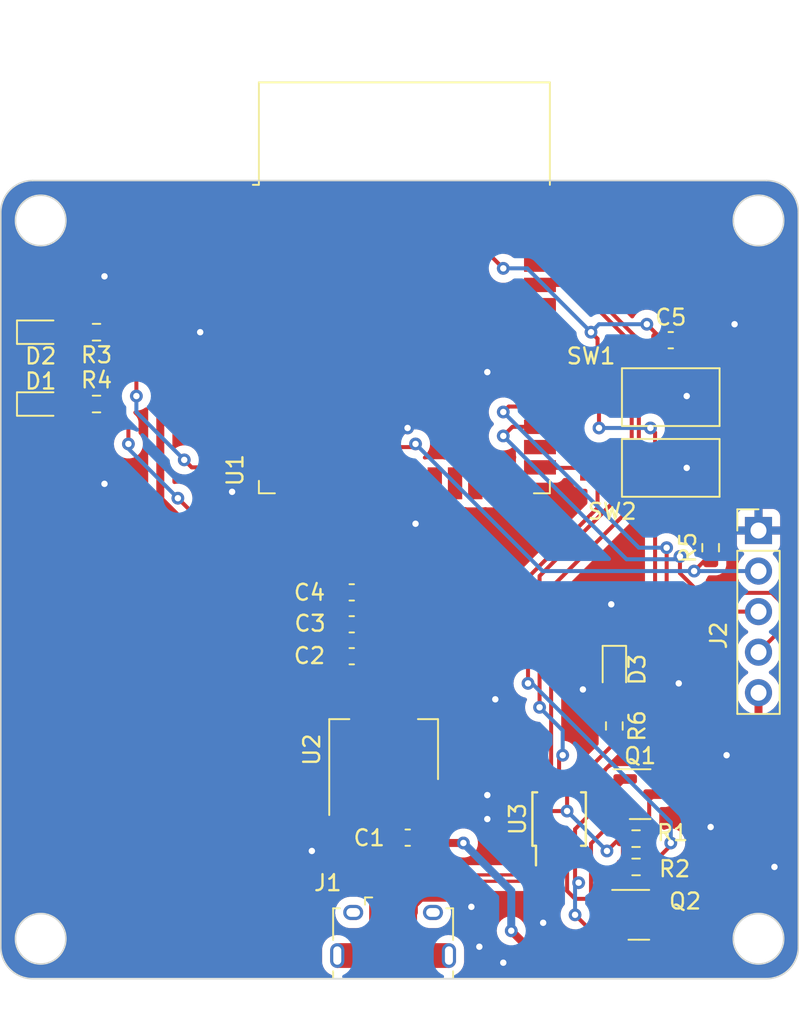
<source format=kicad_pcb>
(kicad_pcb (version 20221018) (generator pcbnew)
  (layers (0 "F.Cu" signal) (31 "B.Cu" signal) (34 "B.Paste" user) (35 "F.Paste" user) (36 "B.SilkS" user "B.Silkscreen") (37 "F.SilkS" user "F.Silkscreen") (38 "B.Mask" user) (39 "F.Mask" user) (44 "Edge.Cuts" user))
  (net 0 "")
  (net 1 "+5V")
  (net 2 "GND")
  (net 3 "+3V3")
  (net 4 "ESP32_EN")
  (net 5 "D+")
  (net 6 "D-")
  (net 7 "Net-(D1-A)")
  (net 8 "Net-(D2-A)")
  (net 9 "ESP32_IO0")
  (net 10 "Net-(D3-A)")
  (net 13 "Net-(Q1-G)")
  (net 14 "Net-(Q1-S)")
  (net 15 "Net-(U1-IO12)")
  (net 16 "Net-(U1-IO13)")
  (net 17 "Net-(U3-TNOW)")
  (net 23 "VM-EN")
  (net 33 "VM-RX")
  (net 34 "VM-TX")
  (net 40 "TX-PROG")
  (net 41 "RX-PROG")
  (footprint "Resistor_SMD:R_0603_1608Metric" (layer "F.Cu") (at 134.5 63 90)
    (fp_text reference "R5" (at 0 -1.43 90) (layer "F.SilkS"))
    (fp_text value "R_Small" hide)
    (fp_line (start -0.237258 -0.5225) (end 0.237258 -0.5225) (stroke (width 0.12)) (layer "F.SilkS"))
    (fp_line (start -0.237258 0.5225) (end 0.237258 0.5225) (stroke (width 0.12)) (layer "F.SilkS"))
    (pad "1" smd roundrect (at -0.825 0 90) (size 0.8 0.95) (layers "F.Cu" "F.Paste" "F.Mask") (net 23 "VM-EN"))
    (pad "2" smd roundrect (at 0.825 0 90) (size 0.8 0.95) (layers "F.Cu" "F.Paste" "F.Mask") (net 2 "GND"))
  )
  (footprint "Resistor_SMD:R_0603_1608Metric" (layer "F.Cu") (at 129.825 83)
    (fp_text reference "R2" (at 2.414662 0.125231) (layer "F.SilkS"))
    (fp_text value "R_Small" hide)
    (fp_line (start -0.237258 -0.5225) (end 0.237258 -0.5225) (stroke (width 0.12)) (layer "F.SilkS"))
    (fp_line (start -0.237258 0.5225) (end 0.237258 0.5225) (stroke (width 0.12)) (layer "F.SilkS"))
    (pad "1" smd roundrect (at -0.825 0) (size 0.8 0.95) (layers "F.Cu" "F.Paste" "F.Mask") (net 3 "+3V3"))
    (pad "2" smd roundrect (at 0.825 0) (size 0.8 0.95) (layers "F.Cu" "F.Paste" "F.Mask") (net 9 "ESP32_IO0"))
  )
  (footprint "RF_Module:ESP32-WROOM-32" (layer "F.Cu") (at 115.300989 49.713325)
    (fp_text reference "U1" (at -10.61 8.43 90) (layer "F.SilkS"))
    (fp_text value "ESP32-WROOM-32" hide)
    (fp_line (start -9.12 -15.865) (end -9.12 -9.445) (stroke (width 0.12)) (layer "F.SilkS"))
    (fp_line (start -9.12 -15.865) (end 9.12 -15.865) (stroke (width 0.12)) (layer "F.SilkS"))
    (fp_line (start -9.12 -9.445) (end -9.5 -9.445) (stroke (width 0.12)) (layer "F.SilkS"))
    (fp_line (start -9.12 9.1) (end -9.12 9.88) (stroke (width 0.12)) (layer "F.SilkS"))
    (fp_line (start -9.12 9.88) (end -8.12 9.88) (stroke (width 0.12)) (layer "F.SilkS"))
    (fp_line (start 9.12 -15.865) (end 9.12 -9.445) (stroke (width 0.12)) (layer "F.SilkS"))
    (fp_line (start 9.12 9.1) (end 9.12 9.88) (stroke (width 0.12)) (layer "F.SilkS"))
    (fp_line (start 9.12 9.88) (end 8.12 9.88) (stroke (width 0.12)) (layer "F.SilkS"))
    (pad "1" smd rect (at -8.5 -8.255) (size 2 0.9) (layers "F.Cu" "F.Paste" "F.Mask") (net 2 "GND"))
    (pad "2" smd rect (at -8.5 -6.985) (size 2 0.9) (layers "F.Cu" "F.Paste" "F.Mask") (net 3 "+3V3"))
    (pad "3" smd rect (at -8.5 -5.715) (size 2 0.9) (layers "F.Cu" "F.Paste" "F.Mask") (net 4 "ESP32_EN"))
    (pad "4" smd rect (at -8.5 -4.445) (size 2 0.9) (layers "F.Cu" "F.Paste" "F.Mask"))
    (pad "5" smd rect (at -8.5 -3.175) (size 2 0.9) (layers "F.Cu" "F.Paste" "F.Mask"))
    (pad "6" smd rect (at -8.5 -1.905) (size 2 0.9) (layers "F.Cu" "F.Paste" "F.Mask"))
    (pad "7" smd rect (at -8.5 -0.635) (size 2 0.9) (layers "F.Cu" "F.Paste" "F.Mask"))
    (pad "8" smd rect (at -8.5 0.635) (size 2 0.9) (layers "F.Cu" "F.Paste" "F.Mask"))
    (pad "9" smd rect (at -8.5 1.905) (size 2 0.9) (layers "F.Cu" "F.Paste" "F.Mask"))
    (pad "10" smd rect (at -8.5 3.175) (size 2 0.9) (layers "F.Cu" "F.Paste" "F.Mask"))
    (pad "11" smd rect (at -8.5 4.445) (size 2 0.9) (layers "F.Cu" "F.Paste" "F.Mask"))
    (pad "12" smd rect (at -8.5 5.715) (size 2 0.9) (layers "F.Cu" "F.Paste" "F.Mask"))
    (pad "13" smd rect (at -8.5 6.985) (size 2 0.9) (layers "F.Cu" "F.Paste" "F.Mask") (net 23 "VM-EN"))
    (pad "14" smd rect (at -8.5 8.255) (size 2 0.9) (layers "F.Cu" "F.Paste" "F.Mask") (net 15 "Net-(U1-IO12)"))
    (pad "15" smd rect (at -5.715 9.255 90) (size 2 0.9) (layers "F.Cu" "F.Paste" "F.Mask") (net 2 "GND"))
    (pad "16" smd rect (at -4.445 9.255 90) (size 2 0.9) (layers "F.Cu" "F.Paste" "F.Mask") (net 16 "Net-(U1-IO13)"))
    (pad "17" smd rect (at -3.175 9.255 90) (size 2 0.9) (layers "F.Cu" "F.Paste" "F.Mask"))
    (pad "18" smd rect (at -1.905 9.255 90) (size 2 0.9) (layers "F.Cu" "F.Paste" "F.Mask"))
    (pad "19" smd rect (at -0.635 9.255 90) (size 2 0.9) (layers "F.Cu" "F.Paste" "F.Mask"))
    (pad "20" smd rect (at 0.635 9.255 90) (size 2 0.9) (layers "F.Cu" "F.Paste" "F.Mask"))
    (pad "21" smd rect (at 1.905 9.255 90) (size 2 0.9) (layers "F.Cu" "F.Paste" "F.Mask"))
    (pad "22" smd rect (at 3.175 9.255 90) (size 2 0.9) (layers "F.Cu" "F.Paste" "F.Mask"))
    (pad "23" smd rect (at 4.445 9.255 90) (size 2 0.9) (layers "F.Cu" "F.Paste" "F.Mask"))
    (pad "24" smd rect (at 5.715 9.255 90) (size 2 0.9) (layers "F.Cu" "F.Paste" "F.Mask"))
    (pad "25" smd rect (at 8.5 8.255) (size 2 0.9) (layers "F.Cu" "F.Paste" "F.Mask") (net 9 "ESP32_IO0"))
    (pad "26" smd rect (at 8.5 6.985) (size 2 0.9) (layers "F.Cu" "F.Paste" "F.Mask"))
    (pad "27" smd rect (at 8.5 5.715) (size 2 0.9) (layers "F.Cu" "F.Paste" "F.Mask") (net 34 "VM-TX"))
    (pad "28" smd rect (at 8.5 4.445) (size 2 0.9) (layers "F.Cu" "F.Paste" "F.Mask") (net 33 "VM-RX"))
    (pad "29" smd rect (at 8.5 3.175) (size 2 0.9) (layers "F.Cu" "F.Paste" "F.Mask"))
    (pad "30" smd rect (at 8.5 1.905) (size 2 0.9) (layers "F.Cu" "F.Paste" "F.Mask"))
    (pad "31" smd rect (at 8.5 0.635) (size 2 0.9) (layers "F.Cu" "F.Paste" "F.Mask"))
    (pad "32" smd rect (at 8.5 -0.635) (size 2 0.9) (layers "F.Cu" "F.Paste" "F.Mask"))
    (pad "33" smd rect (at 8.5 -1.905) (size 2 0.9) (layers "F.Cu" "F.Paste" "F.Mask"))
    (pad "34" smd rect (at 8.5 -3.175) (size 2 0.9) (layers "F.Cu" "F.Paste" "F.Mask") (net 40 "TX-PROG"))
    (pad "35" smd rect (at 8.5 -4.445) (size 2 0.9) (layers "F.Cu" "F.Paste" "F.Mask") (net 41 "RX-PROG"))
    (pad "36" smd rect (at 8.5 -5.715) (size 2 0.9) (layers "F.Cu" "F.Paste" "F.Mask"))
    (pad "37" smd rect (at 8.5 -6.985) (size 2 0.9) (layers "F.Cu" "F.Paste" "F.Mask"))
    (pad "38" smd rect (at 8.5 -8.255) (size 2 0.9) (layers "F.Cu" "F.Paste" "F.Mask") (net 2 "GND"))
    (pad "39" smd rect (at -1 -0.755) (size 5 5) (layers "F.Cu" "F.Paste" "F.Mask") (net 2 "GND"))
    (zone (net 0) (net_name "") (layers "*.Cu") (connect_pads (clearance 0)) (min_thickness 0.254)
      (keepout (tracks not_allowed) (vias not_allowed) (pads not_allowed) (copperpour not_allowed) (footprints not_allowed))
      (fill (thermal_gap 0.508) (thermal_bridge_width 0.508))
      (polygon (pts (xy 101.300989 39.743325) (xy 129.300989 39.743325) (xy 129.300989 28.963325) (xy 101.300989 28.963325)))
    )
  )
  (footprint "Button_Switch_SMD:SW_SPST_FSMSM" (layer "F.Cu") (at 132 58)
    (fp_text reference "SW2" (at -3.672768 2.730948) (layer "F.SilkS"))
    (fp_text value "SW_Push" hide)
    (fp_line (start -3.06 -1.81) (end 3.06 -1.81) (stroke (width 0.12)) (layer "F.SilkS"))
    (fp_line (start -3.06 1.81) (end -3.06 -1.81) (stroke (width 0.12)) (layer "F.SilkS"))
    (fp_line (start 3.06 -1.81) (end 3.06 1.81) (stroke (width 0.12)) (layer "F.SilkS"))
    (fp_line (start 3.06 1.81) (end -3.06 1.81) (stroke (width 0.12)) (layer "F.SilkS"))
    (pad "1" smd rect (at -4.59 0) (size 2.18 1.6) (layers "F.Cu" "F.Paste" "F.Mask") (net 9 "ESP32_IO0"))
    (pad "2" smd rect (at 4.59 0) (size 2.18 1.6) (layers "F.Cu" "F.Paste" "F.Mask") (net 2 "GND"))
  )
  (footprint "Resistor_SMD:R_0603_1608Metric" (layer "F.Cu") (at 96 54 180)
    (fp_text reference "R4" (at 0 1.5) (layer "F.SilkS"))
    (fp_text value "R_Small" hide)
    (fp_line (start -0.237258 -0.5225) (end 0.237258 -0.5225) (stroke (width 0.12)) (layer "F.SilkS"))
    (fp_line (start -0.237258 0.5225) (end 0.237258 0.5225) (stroke (width 0.12)) (layer "F.SilkS"))
    (pad "1" smd roundrect (at -0.825 0 180) (size 0.8 0.95) (layers "F.Cu" "F.Paste" "F.Mask") (net 16 "Net-(U1-IO13)"))
    (pad "2" smd roundrect (at 0.825 0 180) (size 0.8 0.95) (layers "F.Cu" "F.Paste" "F.Mask") (net 7 "Net-(D1-A)"))
  )
  (footprint "Capacitor_SMD:C_0603_1608Metric" (layer "F.Cu") (at 112 65.8 180)
    (fp_text reference "C4" (at 2.649879 -0.00597) (layer "F.SilkS"))
    (fp_text value "C" hide)
    (fp_line (start -0.14058 -0.51) (end 0.14058 -0.51) (stroke (width 0.12)) (layer "F.SilkS"))
    (fp_line (start -0.14058 0.51) (end 0.14058 0.51) (stroke (width 0.12)) (layer "F.SilkS"))
    (pad "1" smd roundrect (at -0.775 0 180) (size 0.9 0.95) (layers "F.Cu" "F.Paste" "F.Mask") (net 3 "+3V3"))
    (pad "2" smd roundrect (at 0.775 0 180) (size 0.9 0.95) (layers "F.Cu" "F.Paste" "F.Mask") (net 2 "GND"))
  )
  (footprint "LED_SMD:LED_0603_1608Metric" (layer "F.Cu") (at 128.46448 70.634204 -90)
    (fp_text reference "D3" (at 0 -1.43 90) (layer "F.SilkS"))
    (fp_text value "LED" hide)
    (fp_line (start -1.485 -0.735) (end -1.485 0.735) (stroke (width 0.12)) (layer "F.SilkS"))
    (fp_line (start -1.485 0.735) (end 0.8 0.735) (stroke (width 0.12)) (layer "F.SilkS"))
    (fp_line (start 0.8 -0.735) (end -1.485 -0.735) (stroke (width 0.12)) (layer "F.SilkS"))
    (pad "1" smd roundrect (at -0.7875 0 270) (size 0.875 0.95) (layers "F.Cu" "F.Paste" "F.Mask") (net 2 "GND"))
    (pad "2" smd roundrect (at 0.7875 0 270) (size 0.875 0.95) (layers "F.Cu" "F.Paste" "F.Mask") (net 10 "Net-(D3-A)"))
  )
  (footprint "Capacitor_SMD:C_0603_1608Metric" (layer "F.Cu") (at 112 69.8 180)
    (fp_text reference "C2" (at 2.649879 0.028676) (layer "F.SilkS"))
    (fp_text value "C" hide)
    (fp_line (start -0.14058 -0.51) (end 0.14058 -0.51) (stroke (width 0.12)) (layer "F.SilkS"))
    (fp_line (start -0.14058 0.51) (end 0.14058 0.51) (stroke (width 0.12)) (layer "F.SilkS"))
    (pad "1" smd roundrect (at -0.775 0 180) (size 0.9 0.95) (layers "F.Cu" "F.Paste" "F.Mask") (net 3 "+3V3"))
    (pad "2" smd roundrect (at 0.775 0 180) (size 0.9 0.95) (layers "F.Cu" "F.Paste" "F.Mask") (net 2 "GND"))
  )
  (footprint "Package_TO_SOT_SMD:SOT-23" (layer "F.Cu") (at 130.079717 78.440149)
    (fp_text reference "Q1" (at 0 -2.4) (layer "F.SilkS"))
    (fp_text value "BSS138" hide)
    (fp_line (start 0 -1.56) (end -1.675 -1.56) (stroke (width 0.12)) (layer "F.SilkS"))
    (fp_line (start 0 -1.56) (end 0.65 -1.56) (stroke (width 0.12)) (layer "F.SilkS"))
    (fp_line (start 0 1.56) (end -0.65 1.56) (stroke (width 0.12)) (layer "F.SilkS"))
    (fp_line (start 0 1.56) (end 0.65 1.56) (stroke (width 0.12)) (layer "F.SilkS"))
    (pad "1" smd roundrect (at -0.9375 -0.95) (size 1.475 0.6) (layers "F.Cu" "F.Paste" "F.Mask") (net 13 "Net-(Q1-G)"))
    (pad "2" smd roundrect (at -0.9375 0.95) (size 1.475 0.6) (layers "F.Cu" "F.Paste" "F.Mask") (net 14 "Net-(Q1-S)"))
    (pad "3" smd roundrect (at 0.9375 0) (size 1.475 0.6) (layers "F.Cu" "F.Paste" "F.Mask") (net 4 "ESP32_EN"))
  )
  (footprint "Capacitor_SMD:C_0603_1608Metric" (layer "F.Cu") (at 115.511369 81.165751 180)
    (fp_text reference "C1" (at 2.418974 -0.017497) (layer "F.SilkS"))
    (fp_text value "C" hide)
    (fp_line (start -0.14058 -0.51) (end 0.14058 -0.51) (stroke (width 0.12)) (layer "F.SilkS"))
    (fp_line (start -0.14058 0.51) (end 0.14058 0.51) (stroke (width 0.12)) (layer "F.SilkS"))
    (pad "1" smd roundrect (at -0.775 0 180) (size 0.9 0.95) (layers "F.Cu" "F.Paste" "F.Mask") (net 1 "+5V"))
    (pad "2" smd roundrect (at 0.775 0 180) (size 0.9 0.95) (layers "F.Cu" "F.Paste" "F.Mask") (net 2 "GND"))
  )
  (footprint "Resistor_SMD:R_0603_1608Metric" (layer "F.Cu") (at 129.823072 81.227722)
    (fp_text reference "R1" (at 2.291668 -0.362459) (layer "F.SilkS"))
    (fp_text value "R_Small" hide)
    (fp_line (start -0.237258 -0.5225) (end 0.237258 -0.5225) (stroke (width 0.12)) (layer "F.SilkS"))
    (fp_line (start -0.237258 0.5225) (end 0.237258 0.5225) (stroke (width 0.12)) (layer "F.SilkS"))
    (pad "1" smd roundrect (at -0.825 0) (size 0.8 0.95) (layers "F.Cu" "F.Paste" "F.Mask") (net 3 "+3V3"))
    (pad "2" smd roundrect (at 0.825 0) (size 0.8 0.95) (layers "F.Cu" "F.Paste" "F.Mask") (net 4 "ESP32_EN"))
  )
  (footprint "Button_Switch_SMD:SW_SPST_FSMSM" (layer "F.Cu") (at 132 53.567361 180)
    (fp_text reference "SW1" (at 5 2.567361) (layer "F.SilkS"))
    (fp_text value "SW_Push" hide)
    (fp_line (start -3.06 -1.81) (end 3.06 -1.81) (stroke (width 0.12)) (layer "F.SilkS"))
    (fp_line (start -3.06 1.81) (end -3.06 -1.81) (stroke (width 0.12)) (layer "F.SilkS"))
    (fp_line (start 3.06 -1.81) (end 3.06 1.81) (stroke (width 0.12)) (layer "F.SilkS"))
    (fp_line (start 3.06 1.81) (end -3.06 1.81) (stroke (width 0.12)) (layer "F.SilkS"))
    (pad "1" smd rect (at -4.59 0 180) (size 2.18 1.6) (layers "F.Cu" "F.Paste" "F.Mask") (net 2 "GND"))
    (pad "2" smd rect (at 4.59 0 180) (size 2.18 1.6) (layers "F.Cu" "F.Paste" "F.Mask") (net 4 "ESP32_EN"))
  )
  (footprint "LED_SMD:LED_0603_1608Metric" (layer "F.Cu") (at 92.5 54)
    (fp_text reference "D1" (at 0 -1.43) (layer "F.SilkS"))
    (fp_text value "LED" hide)
    (fp_line (start -1.485 -0.735) (end -1.485 0.735) (stroke (width 0.12)) (layer "F.SilkS"))
    (fp_line (start -1.485 0.735) (end 0.8 0.735) (stroke (width 0.12)) (layer "F.SilkS"))
    (fp_line (start 0.8 -0.735) (end -1.485 -0.735) (stroke (width 0.12)) (layer "F.SilkS"))
    (pad "1" smd roundrect (at -0.7875 0) (size 0.875 0.95) (layers "F.Cu" "F.Paste" "F.Mask") (net 2 "GND"))
    (pad "2" smd roundrect (at 0.7875 0) (size 0.875 0.95) (layers "F.Cu" "F.Paste" "F.Mask") (net 7 "Net-(D1-A)"))
  )
  (footprint "Package_TO_SOT_SMD:SOT-223-3_TabPin2" (layer "F.Cu") (at 114 75.65 90)
    (fp_text reference "U2" (at 0 -4.5 90) (layer "F.SilkS"))
    (fp_text value "AMS1117-3.3" hide)
    (fp_line (start -4.1 -3.41) (end 1.91 -3.41) (stroke (width 0.12)) (layer "F.SilkS"))
    (fp_line (start -1.85 3.41) (end 1.91 3.41) (stroke (width 0.12)) (layer "F.SilkS"))
    (fp_line (start 1.91 -3.41) (end 1.91 -2.15) (stroke (width 0.12)) (layer "F.SilkS"))
    (fp_line (start 1.91 3.41) (end 1.91 2.15) (stroke (width 0.12)) (layer "F.SilkS"))
    (pad "1" smd rect (at -3.15 -2.3 90) (size 2 1.5) (layers "F.Cu" "F.Paste" "F.Mask") (net 2 "GND"))
    (pad "2" smd rect (at -3.15 0 90) (size 2 1.5) (layers "F.Cu" "F.Paste" "F.Mask") (net 3 "+3V3"))
    (pad "2" smd rect (at 3.15 0 90) (size 2 3.8) (layers "F.Cu" "F.Paste" "F.Mask") (net 3 "+3V3"))
    (pad "3" smd rect (at -3.15 2.3 90) (size 2 1.5) (layers "F.Cu" "F.Paste" "F.Mask") (net 1 "+5V"))
  )
  (footprint "LED_SMD:LED_0603_1608Metric" (layer "F.Cu") (at 92.5 49.5)
    (fp_text reference "D2" (at 0 1.5) (layer "F.SilkS"))
    (fp_text value "LED" hide)
    (fp_line (start -1.485 -0.735) (end -1.485 0.735) (stroke (width 0.12)) (layer "F.SilkS"))
    (fp_line (start -1.485 0.735) (end 0.8 0.735) (stroke (width 0.12)) (layer "F.SilkS"))
    (fp_line (start 0.8 -0.735) (end -1.485 -0.735) (stroke (width 0.12)) (layer "F.SilkS"))
    (pad "1" smd roundrect (at -0.7875 0) (size 0.875 0.95) (layers "F.Cu" "F.Paste" "F.Mask") (net 2 "GND"))
    (pad "2" smd roundrect (at 0.7875 0) (size 0.875 0.95) (layers "F.Cu" "F.Paste" "F.Mask") (net 8 "Net-(D2-A)"))
  )
  (footprint "Connector_USB:USB_Micro-B_Amphenol_10118194_Horizontal" (layer "F.Cu") (at 114.593254 87.252051)
    (fp_text reference "J1" (at -4.093254 -3.252051) (layer "F.SilkS"))
    (fp_text value "USB_OTG")
    (fp_line (start -3.76 -1.66) (end -3.34 -1.66) (stroke (width 0.12)) (layer "F.SilkS"))
    (fp_line (start -3.76 0.32) (end -3.76 -1.66) (stroke (width 0.12)) (layer "F.SilkS"))
    (fp_line (start -3.76 2.69) (end -3.76 2.29) (stroke (width 0.12)) (layer "F.SilkS"))
    (fp_line (start -1.76 -1.89) (end -1.76 -2.34) (stroke (width 0.12)) (layer "F.SilkS"))
    (fp_line (start -1.31 -2.34) (end -1.76 -2.34) (stroke (width 0.12)) (layer "F.SilkS"))
    (fp_line (start 3.76 -1.66) (end 3.34 -1.66) (stroke (width 0.12)) (layer "F.SilkS"))
    (fp_line (start 3.76 0.32) (end 3.76 -1.66) (stroke (width 0.12)) (layer "F.SilkS"))
    (fp_line (start 3.76 2.29) (end 3.76 2.69) (stroke (width 0.12)) (layer "F.SilkS"))
    (pad "1" smd rect (at -1.3 -1.4) (size 0.4 1.35) (layers "F.Cu" "F.Paste" "F.Mask") (net 1 "+5V"))
    (pad "2" smd rect (at -0.65 -1.4) (size 0.4 1.35) (layers "F.Cu" "F.Paste" "F.Mask") (net 6 "D-"))
    (pad "3" smd rect (at 0 -1.4) (size 0.4 1.35) (layers "F.Cu" "F.Paste" "F.Mask") (net 5 "D+"))
    (pad "4" smd rect (at 0.65 -1.4) (size 0.4 1.35) (layers "F.Cu" "F.Paste" "F.Mask"))
    (pad "5" smd rect (at 1.3 -1.4) (size 0.4 1.35) (layers "F.Cu" "F.Paste" "F.Mask") (net 2 "GND"))
    (pad "6" thru_hole oval (at -3.5 1.3) (size 0.89 1.55) (drill oval 0.5 1.15) (layers "*.Cu" "*.Mask"))
    (pad "6" smd rect (at -2.9 1.3) (size 1.2 1.55) (layers "F.Cu" "F.Paste" "F.Mask"))
    (pad "6" thru_hole oval (at -2.5 -1.4) (size 1.25 0.95) (drill oval 0.85 0.55) (layers "*.Cu" "*.Mask"))
    (pad "6" smd rect (at -1 1.3) (size 1.5 1.55) (layers "F.Cu" "F.Paste" "F.Mask"))
    (pad "6" smd rect (at 1 1.3) (size 1.5 1.55) (layers "F.Cu" "F.Paste" "F.Mask"))
    (pad "6" thru_hole oval (at 2.5 -1.4) (size 1.25 0.95) (drill oval 0.85 0.55) (layers "*.Cu" "*.Mask"))
    (pad "6" smd rect (at 2.9 1.3) (size 1.2 1.55) (layers "F.Cu" "F.Paste" "F.Mask"))
    (pad "6" thru_hole oval (at 3.5 1.3) (size 0.89 1.55) (drill oval 0.5 1.15) (layers "*.Cu" "*.Mask"))
  )
  (footprint "Connector_PinHeader_2.54mm:PinHeader_1x05_P2.54mm_Vertical" (layer "F.Cu") (at 137.5 61.925)
    (fp_text reference "J2" (at -2.5 6.575 90) (layer "F.SilkS"))
    (fp_text value "Conn_01x05" hide)
    (fp_line (start -1.33 -1.33) (end 0 -1.33) (stroke (width 0.12)) (layer "F.SilkS"))
    (fp_line (start -1.33 0) (end -1.33 -1.33) (stroke (width 0.12)) (layer "F.SilkS"))
    (fp_line (start -1.33 1.27) (end -1.33 11.49) (stroke (width 0.12)) (layer "F.SilkS"))
    (fp_line (start -1.33 1.27) (end 1.33 1.27) (stroke (width 0.12)) (layer "F.SilkS"))
    (fp_line (start -1.33 11.49) (end 1.33 11.49) (stroke (width 0.12)) (layer "F.SilkS"))
    (fp_line (start 1.33 1.27) (end 1.33 11.49) (stroke (width 0.12)) (layer "F.SilkS"))
    (pad "1" thru_hole rect (at 0 0) (size 1.7 1.7) (drill 1) (layers "*.Cu" "*.Mask") (net 2 "GND"))
    (pad "2" thru_hole oval (at 0 2.54) (size 1.7 1.7) (drill 1) (layers "*.Cu" "*.Mask") (net 23 "VM-EN"))
    (pad "3" thru_hole oval (at 0 5.08) (size 1.7 1.7) (drill 1) (layers "*.Cu" "*.Mask") (net 33 "VM-RX"))
    (pad "4" thru_hole oval (at 0 7.62) (size 1.7 1.7) (drill 1) (layers "*.Cu" "*.Mask") (net 34 "VM-TX"))
    (pad "5" thru_hole oval (at 0 10.16) (size 1.7 1.7) (drill 1) (layers "*.Cu" "*.Mask") (net 1 "+5V"))
  )
  (footprint "Resistor_SMD:R_0603_1608Metric" (layer "F.Cu") (at 128.461 74.168 -90)
    (fp_text reference "R6" (at 0 -1.43 90) (layer "F.SilkS"))
    (fp_text value "R_Small" hide)
    (fp_line (start -0.237258 -0.5225) (end 0.237258 -0.5225) (stroke (width 0.12)) (layer "F.SilkS"))
    (fp_line (start -0.237258 0.5225) (end 0.237258 0.5225) (stroke (width 0.12)) (layer "F.SilkS"))
    (pad "1" smd roundrect (at -0.825 0 270) (size 0.8 0.95) (layers "F.Cu" "F.Paste" "F.Mask") (net 10 "Net-(D3-A)"))
    (pad "2" smd roundrect (at 0.825 0 270) (size 0.8 0.95) (layers "F.Cu" "F.Paste" "F.Mask") (net 17 "Net-(U3-TNOW)"))
  )
  (footprint "Capacitor_SMD:C_0603_1608Metric" (layer "F.Cu") (at 112 67.8 180)
    (fp_text reference "C3" (at 2.612024 0.05394) (layer "F.SilkS"))
    (fp_text value "C" hide)
    (fp_line (start -0.14058 -0.51) (end 0.14058 -0.51) (stroke (width 0.12)) (layer "F.SilkS"))
    (fp_line (start -0.14058 0.51) (end 0.14058 0.51) (stroke (width 0.12)) (layer "F.SilkS"))
    (pad "1" smd roundrect (at -0.775 0 180) (size 0.9 0.95) (layers "F.Cu" "F.Paste" "F.Mask") (net 3 "+3V3"))
    (pad "2" smd roundrect (at 0.775 0 180) (size 0.9 0.95) (layers "F.Cu" "F.Paste" "F.Mask") (net 2 "GND"))
  )
  (footprint "Capacitor_SMD:C_0603_1608Metric" (layer "F.Cu") (at 132 50)
    (fp_text reference "C5" (at 0 -1.43) (layer "F.SilkS"))
    (fp_text value "C" hide)
    (fp_line (start -0.14058 -0.51) (end 0.14058 -0.51) (stroke (width 0.12)) (layer "F.SilkS"))
    (fp_line (start -0.14058 0.51) (end 0.14058 0.51) (stroke (width 0.12)) (layer "F.SilkS"))
    (pad "1" smd roundrect (at -0.775 0) (size 0.9 0.95) (layers "F.Cu" "F.Paste" "F.Mask") (net 4 "ESP32_EN"))
    (pad "2" smd roundrect (at 0.775 0) (size 0.9 0.95) (layers "F.Cu" "F.Paste" "F.Mask") (net 2 "GND"))
  )
  (footprint "Package_SO:MSOP-10_3x3mm_P0.5mm" (layer "F.Cu") (at 125 80 90)
    (fp_text reference "U3" (at 0 -2.6 90) (layer "F.SilkS"))
    (fp_text value "CH340E" hide)
    (fp_line (start -1.675 -1.675) (end -1.675 -1.45) (stroke (width 0.15)) (layer "F.SilkS"))
    (fp_line (start -1.675 -1.675) (end 1.675 -1.675) (stroke (width 0.15)) (layer "F.SilkS"))
    (fp_line (start -1.675 -1.45) (end -2.9 -1.45) (stroke (width 0.15)) (layer "F.SilkS"))
    (fp_line (start -1.675 1.675) (end -1.675 1.375) (stroke (width 0.15)) (layer "F.SilkS"))
    (fp_line (start -1.675 1.675) (end 1.675 1.675) (stroke (width 0.15)) (layer "F.SilkS"))
    (fp_line (start 1.675 -1.675) (end 1.675 -1.375) (stroke (width 0.15)) (layer "F.SilkS"))
    (fp_line (start 1.675 1.675) (end 1.675 1.375) (stroke (width 0.15)) (layer "F.SilkS"))
    (pad "1" smd rect (at -2.2 -1 90) (size 1.4 0.3) (layers "F.Cu" "F.Paste" "F.Mask") (net 5 "D+"))
    (pad "2" smd rect (at -2.2 -0.5 90) (size 1.4 0.3) (layers "F.Cu" "F.Paste" "F.Mask") (net 6 "D-"))
    (pad "3" smd rect (at -2.2 0 90) (size 1.4 0.3) (layers "F.Cu" "F.Paste" "F.Mask") (net 2 "GND"))
    (pad "4" smd rect (at -2.2 0.5 90) (size 1.4 0.3) (layers "F.Cu" "F.Paste" "F.Mask") (net 14 "Net-(Q1-S)"))
    (pad "5" smd rect (at -2.2 1 90) (size 1.4 0.3) (layers "F.Cu" "F.Paste" "F.Mask") (net 13 "Net-(Q1-G)"))
    (pad "6" smd rect (at 2.2 1 90) (size 1.4 0.3) (layers "F.Cu" "F.Paste" "F.Mask") (net 17 "Net-(U3-TNOW)"))
    (pad "7" smd rect (at 2.2 0.5 90) (size 1.4 0.3) (layers "F.Cu" "F.Paste" "F.Mask") (net 3 "+3V3"))
    (pad "8" smd rect (at 2.2 0 90) (size 1.4 0.3) (layers "F.Cu" "F.Paste" "F.Mask") (net 40 "TX-PROG"))
    (pad "9" smd rect (at 2.2 -0.5 90) (size 1.4 0.3) (layers "F.Cu" "F.Paste" "F.Mask") (net 41 "RX-PROG"))
    (pad "10" smd rect (at 2.2 -1 90) (size 1.4 0.3) (layers "F.Cu" "F.Paste" "F.Mask") (net 3 "+3V3"))
  )
  (footprint "Resistor_SMD:R_0603_1608Metric" (layer "F.Cu") (at 96 49.5 180)
    (fp_text reference "R3" (at 0 -1.43) (layer "F.SilkS"))
    (fp_text value "R_Small" hide)
    (fp_line (start -0.237258 -0.5225) (end 0.237258 -0.5225) (stroke (width 0.12)) (layer "F.SilkS"))
    (fp_line (start -0.237258 0.5225) (end 0.237258 0.5225) (stroke (width 0.12)) (layer "F.SilkS"))
    (pad "1" smd roundrect (at -0.825 0 180) (size 0.8 0.95) (layers "F.Cu" "F.Paste" "F.Mask") (net 15 "Net-(U1-IO12)"))
    (pad "2" smd roundrect (at 0.825 0 180) (size 0.8 0.95) (layers "F.Cu" "F.Paste" "F.Mask") (net 8 "Net-(D2-A)"))
  )
  (footprint "Package_TO_SOT_SMD:SOT-23" (layer "F.Cu") (at 130 86)
    (fp_text reference "Q2" (at 2.898347 -0.85329) (layer "F.SilkS"))
    (fp_text value "BSS138" hide)
    (fp_line (start 0 -1.56) (end -1.675 -1.56) (stroke (width 0.12)) (layer "F.SilkS"))
    (fp_line (start 0 -1.56) (end 0.65 -1.56) (stroke (width 0.12)) (layer "F.SilkS"))
    (fp_line (start 0 1.56) (end -0.65 1.56) (stroke (width 0.12)) (layer "F.SilkS"))
    (fp_line (start 0 1.56) (end 0.65 1.56) (stroke (width 0.12)) (layer "F.SilkS"))
    (pad "1" smd roundrect (at -0.9375 -0.95) (size 1.475 0.6) (layers "F.Cu" "F.Paste" "F.Mask") (net 14 "Net-(Q1-S)"))
    (pad "2" smd roundrect (at -0.9375 0.95) (size 1.475 0.6) (layers "F.Cu" "F.Paste" "F.Mask") (net 13 "Net-(Q1-G)"))
    (pad "3" smd roundrect (at 0.9375 0) (size 1.475 0.6) (layers "F.Cu" "F.Paste" "F.Mask") (net 9 "ESP32_IO0"))
  )
  (gr_circle (center 137.5 42.5) (end 139 43) (stroke (width 0.1)) (fill none) (layer "Edge.Cuts"))
  (gr_arc (start 90 42) (mid 90.585786 40.585786) (end 92 40) (stroke (width 0.1)) (layer "Edge.Cuts"))
  (gr_circle (center 92.5 87.5) (end 94 88) (stroke (width 0.1)) (fill none) (layer "Edge.Cuts"))
  (gr_circle (center 137.5 87.5) (end 139 88) (stroke (width 0.1)) (fill none) (layer "Edge.Cuts"))
  (gr_circle (center 92.5 42.5) (end 94 43) (stroke (width 0.1)) (fill none) (layer "Edge.Cuts"))
  (gr_line (start 138 90) (end 92 90) (stroke (width 0.1)) (layer "Edge.Cuts"))
  (gr_line (start 140 42) (end 140 88) (stroke (width 0.1)) (layer "Edge.Cuts"))
  (gr_arc (start 92 90) (mid 90.585786 89.414214) (end 90 88) (stroke (width 0.1)) (layer "Edge.Cuts"))
  (gr_line (start 90 88) (end 90 42) (stroke (width 0.1)) (layer "Edge.Cuts"))
  (gr_arc (start 138 40) (mid 139.414214 40.585786) (end 140 42) (stroke (width 0.1)) (layer "Edge.Cuts"))
  (gr_line (start 92 40) (end 138 40) (stroke (width 0.1)) (layer "Edge.Cuts"))
  (gr_arc (start 140 88) (mid 139.414214 89.414214) (end 138 90) (stroke (width 0.1)) (layer "Edge.Cuts"))
  (segment (start 116.3 81.15212) (end 116.286369 81.165751) (width 0.5) (layer "F.Cu") (net 1))
  (segment (start 116.620618 81.5) (end 116.286369 81.165751) (width 0.5) (layer "F.Cu") (net 1))
  (segment (start 116.286369 82.077913) (end 116.286369 81.165751) (width 0.3) (layer "F.Cu") (net 1))
  (segment (start 137.5 72.085) (end 137.5 82.5) (width 0.5) (layer "F.Cu") (net 1))
  (segment (start 113.293254 85.071028) (end 116.286369 82.077913) (width 0.3) (layer "F.Cu") (net 1))
  (segment (start 130 88.5) (end 123.5 88.5) (width 0.5) (layer "F.Cu") (net 1))
  (segment (start 116.3 78.8) (end 116.3 81.15212) (width 0.5) (layer "F.Cu") (net 1))
  (segment (start 123.5 88.5) (end 122 87) (width 0.5) (layer "F.Cu") (net 1))
  (segment (start 135 85) (end 131.5 88.5) (width 0.5) (layer "F.Cu") (net 1))
  (segment (start 113.293254 85.852051) (end 113.293254 85.071028) (width 0.3) (layer "F.Cu") (net 1))
  (segment (start 119 81.5) (end 116.620618 81.5) (width 0.5) (layer "F.Cu") (net 1))
  (segment (start 137.5 82.5) (end 135 85) (width 0.5) (layer "F.Cu") (net 1))
  (segment (start 131.5 88.5) (end 130 88.5) (width 0.5) (layer "F.Cu") (net 1))
  (via (at 122 87) (size 0.8) (drill 0.4) (layers "F.Cu" "B.Cu") (net 1))
  (via (at 119 81.5) (size 0.8) (drill 0.4) (layers "F.Cu" "B.Cu") (net 1))
  (segment (start 122 84.5) (end 119 81.5) (width 0.5) (layer "B.Cu") (net 1))
  (segment (start 122 87) (end 122 84.5) (width 0.5) (layer "B.Cu") (net 1))
  (segment (start 123.849022 80) (end 123.5 80) (width 0.3) (layer "F.Cu") (net 2))
  (segment (start 125 82.2) (end 125 84.5) (width 0.3) (layer "F.Cu") (net 2))
  (segment (start 125 84.5) (end 124.5 85) (width 0.3) (layer "F.Cu") (net 2))
  (segment (start 118.927531 84.927531) (end 119.5 85.5) (width 0.5) (layer "F.Cu") (net 2))
  (segment (start 115.893254 85.377051) (end 116.342774 84.927531) (width 0.5) (layer "F.Cu") (net 2))
  (segment (start 125 81.150978) (end 123.849022 80) (width 0.3) (layer "F.Cu") (net 2))
  (segment (start 115.893254 85.852051) (end 115.893254 85.377051) (width 0.5) (layer "F.Cu") (net 2))
  (segment (start 125 82.2) (end 125 81.150978) (width 0.3) (layer "F.Cu") (net 2))
  (segment (start 116.342774 84.927531) (end 118.927531 84.927531) (width 0.5) (layer "F.Cu") (net 2))
  (via (at 133 53.5) (size 0.8) (drill 0.4) (layers "F.Cu" "B.Cu") (net 2))
  (via (at 120 88) (size 0.8) (drill 0.4) (layers "F.Cu" "B.Cu") (net 2))
  (via (at 115.5 55.5) (size 0.8) (drill 0.4) (layers "F.Cu" "B.Cu") (net 2))
  (via (at 133 58) (size 0.8) (drill 0.4) (layers "F.Cu" "B.Cu") (net 2))
  (via (at 132.5 71.5) (size 0.8) (drill 0.4) (layers "F.Cu" "B.Cu") (net 2))
  (via (at 126.492 71.882) (size 0.8) (drill 0.4) (layers "F.Cu" "B.Cu") (net 2))
  (via (at 104.5 59.5) (size 0.8) (drill 0.4) (layers "F.Cu" "B.Cu") (net 2))
  (via (at 134.5 80.5) (size 0.8) (drill 0.4) (layers "F.Cu" "B.Cu") (net 2))
  (via (at 96.5 46) (size 0.8) (drill 0.4) (layers "F.Cu" "B.Cu") (net 2))
  (via (at 120.5 52) (size 0.8) (drill 0.4) (layers "F.Cu" "B.Cu") (net 2))
  (via (at 136 49) (size 0.8) (drill 0.4) (layers "F.Cu" "B.Cu") (net 2))
  (via (at 121.5 89) (size 0.8) (drill 0.4) (layers "F.Cu" "B.Cu") (net 2))
  (via (at 120.5 78.5) (size 0.8) (drill 0.4) (layers "F.Cu" "B.Cu") (net 2))
  (via (at 121 72.5) (size 0.8) (drill 0.4) (layers "F.Cu" "B.Cu") (net 2))
  (via (at 109.5 82) (size 0.8) (drill 0.4) (layers "F.Cu" "B.Cu") (net 2))
  (via (at 138.5 83) (size 0.8) (drill 0.4) (layers "F.Cu" "B.Cu") (net 2))
  (via (at 128.27 66.548) (size 0.8) (drill 0.4) (layers "F.Cu" "B.Cu") (net 2))
  (via (at 120.5 80) (size 0.8) (drill 0.4) (layers "F.Cu" "B.Cu") (net 2))
  (via (at 96.5 59) (size 0.8) (drill 0.4) (layers "F.Cu" "B.Cu") (net 2))
  (via (at 119.5 85.5) (size 0.8) (drill 0.4) (layers "F.Cu" "B.Cu") (net 2))
  (via (at 116 61.5) (size 0.8) (drill 0.4) (layers "F.Cu" "B.Cu") (net 2))
  (via (at 135.5 76) (size 0.8) (drill 0.4) (layers "F.Cu" "B.Cu") (net 2))
  (via (at 124 86.5) (size 0.8) (drill 0.4) (layers "F.Cu" "B.Cu") (net 2))
  (via (at 102.5 49.5) (size 0.8) (drill 0.4) (layers "F.Cu" "B.Cu") (net 2))
  (segment (start 112.775 69.8) (end 112.775 67.8) (width 0.5) (layer "F.Cu") (net 3))
  (segment (start 124.5 79.5) (end 124 79) (width 0.25) (layer "F.Cu") (net 3))
  (segment (start 112.775 64.075) (end 112.775 65.8) (width 0.5) (layer "F.Cu") (net 3))
  (segment (start 106.800989 42.728325) (end 105.271675 42.728325) (width 0.5) (layer "F.Cu") (net 3))
  (segment (start 124 77.8) (end 124 76.5) (width 0.25) (layer "F.Cu") (net 3))
  (segment (start 114 76) (end 114 72.5) (width 0.5) (layer "F.Cu") (net 3))
  (segment (start 100 48) (end 100 60) (width 0.5) (layer "F.Cu") (net 3))
  (segment (start 125.5 79.5) (end 124.5 79.5) (width 0.25) (layer "F.Cu") (net 3))
  (segment (start 129 83) (end 129 81.22965) (width 0.25) (layer "F.Cu") (net 3))
  (segment (start 105.271675 42.728325) (end 100 48) (width 0.5) (layer "F.Cu") (net 3))
  (segment (start 101.5 61.5) (end 110.2 61.5) (width 0.5) (layer "F.Cu") (net 3))
  (segment (start 100 60) (end 101.5 61.5) (width 0.5) (layer "F.Cu") (net 3))
  (segment (start 112.775 65.8) (end 112.775 67.8) (width 0.5) (layer "F.Cu") (net 3))
  (segment (start 123.5 76) (end 114 76) (width 0.25) (layer "F.Cu") (net 3))
  (segment (start 128.772278 81.227722) (end 128 82) (width 0.25) (layer "F.Cu") (net 3))
  (segment (start 124 79) (end 124 77.8) (width 0.25) (layer "F.Cu") (net 3))
  (segment (start 110.2 61.5) (end 112.775 64.075) (width 0.5) (layer "F.Cu") (net 3))
  (segment (start 112.775 71.275) (end 114 72.5) (width 0.5) (layer "F.Cu") (net 3))
  (segment (start 124 76.5) (end 123.5 76) (width 0.25) (layer "F.Cu") (net 3))
  (segment (start 129 81.22965) (end 128.998072 81.227722) (width 0.25) (layer "F.Cu") (net 3))
  (segment (start 114 78.8) (end 114 76) (width 0.5) (layer "F.Cu") (net 3))
  (segment (start 112.775 69.8) (end 112.775 71.425) (width 0.5) (layer "F.Cu") (net 3))
  (segment (start 125.5 79.5) (end 125.5 77.8) (width 0.25) (layer "F.Cu") (net 3))
  (segment (start 128.998072 81.227722) (end 128.772278 81.227722) (width 0.25) (layer "F.Cu") (net 3))
  (via (at 128 82) (size 0.8) (drill 0.4) (layers "F.Cu" "B.Cu") (net 3))
  (via (at 125.5 79.5) (size 0.8) (drill 0.4) (layers "F.Cu" "B.Cu") (net 3))
  (segment (start 125.5 79.5) (end 128 82) (width 0.25) (layer "B.Cu") (net 3))
  (segment (start 127.5 53.657361) (end 127.41 53.567361) (width 0.25) (layer "F.Cu") (net 4))
  (segment (start 131.225 50) (end 131.225 49.725) (width 0.25) (layer "F.Cu") (net 4))
  (segment (start 106.800989 43.998325) (end 119.998325 43.998325) (width 0.25) (layer "F.Cu") (net 4))
  (segment (start 127.41 53.567361) (end 127.41 49.91) (width 0.25) (layer "F.Cu") (net 4))
  (segment (start 127.5 55.5) (end 127.5 53.657361) (width 0.25) (layer "F.Cu") (net 4))
  (segment (start 131.225 49.725) (end 130.5 49) (width 0.25) (layer "F.Cu") (net 4))
  (segment (start 127.41 49.91) (end 127 49.5) (width 0.25) (layer "F.Cu") (net 4))
  (segment (start 119.998325 43.998325) (end 121.5 45.5) (width 0.25) (layer "F.Cu") (net 4))
  (segment (start 130.648072 78.809294) (end 131.017217 78.440149) (width 0.25) (layer "F.Cu") (net 4))
  (segment (start 130.7245 55.5) (end 131.017217 55.792717) (width 0.25) (layer "F.Cu") (net 4))
  (segment (start 131.017217 55.792717) (end 131.017217 78.440149) (width 0.25) (layer "F.Cu") (net 4))
  (segment (start 130.648072 81.227722) (end 130.648072 78.809294) (width 0.25) (layer "F.Cu") (net 4))
  (via (at 121.5 45.5) (size 0.8) (drill 0.4) (layers "F.Cu" "B.Cu") (net 4))
  (via (at 130.7245 55.5) (size 0.8) (drill 0.4) (layers "F.Cu" "B.Cu") (net 4))
  (via (at 127 49.5) (size 0.8) (drill 0.4) (layers "F.Cu" "B.Cu") (net 4))
  (via (at 127.5 55.5) (size 0.8) (drill 0.4) (layers "F.Cu" "B.Cu") (net 4))
  (via (at 130.5 49) (size 0.8) (drill 0.4) (layers "F.Cu" "B.Cu") (net 4))
  (segment (start 127.5 49) (end 127 49.5) (width 0.25) (layer "B.Cu") (net 4))
  (segment (start 130.7245 55.5) (end 127.5 55.5) (width 0.25) (layer "B.Cu") (net 4))
  (segment (start 130.5 49) (end 127.5 49) (width 0.25) (layer "B.Cu") (net 4))
  (segment (start 127 49.5) (end 123 45.5) (width 0.25) (layer "B.Cu") (net 4))
  (segment (start 123 45.5) (end 121.5 45.5) (width 0.25) (layer "B.Cu") (net 4))
  (segment (start 124 83.264) (end 124 82.2) (width 0.2) (layer "F.Cu") (net 5))
  (segment (start 115.665486 83.89952) (end 123.36448 83.89952) (width 0.2) (layer "F.Cu") (net 5))
  (segment (start 114.593254 85.852051) (end 114.593254 84.971752) (width 0.2) (layer "F.Cu") (net 5))
  (segment (start 123.36448 83.89952) (end 124 83.264) (width 0.2) (layer "F.Cu") (net 5))
  (segment (start 114.593254 84.971752) (end 115.665486 83.89952) (width 0.2) (layer "F.Cu") (net 5))
  (segment (start 113.943254 85.852051) (end 113.943254 85.056746) (width 0.2) (layer "F.Cu") (net 6))
  (segment (start 124.5 81.425736) (end 124.5 82.2) (width 0.2) (layer "F.Cu") (net 6))
  (segment (start 123.55 81.375736) (end 123.725736 81.2) (width 0.2) (layer "F.Cu") (net 6))
  (segment (start 123.725736 81.2) (end 124.274264 81.2) (width 0.2) (layer "F.Cu") (net 6))
  (segment (start 113.943254 85.056746) (end 115.5 83.5) (width 0.2) (layer "F.Cu") (net 6))
  (segment (start 124.274264 81.2) (end 124.5 81.425736) (width 0.2) (layer "F.Cu") (net 6))
  (segment (start 122.973157 83.5) (end 123.55 82.923157) (width 0.2) (layer "F.Cu") (net 6))
  (segment (start 123.55 82.923157) (end 123.55 81.375736) (width 0.2) (layer "F.Cu") (net 6))
  (segment (start 115.5 83.5) (end 122.973157 83.5) (width 0.2) (layer "F.Cu") (net 6))
  (segment (start 95.175 54) (end 93.2875 54) (width 0.25) (layer "F.Cu") (net 7))
  (segment (start 95.175 49.5) (end 93.2875 49.5) (width 0.25) (layer "F.Cu") (net 8))
  (segment (start 127.41 60.504762) (end 124.957381 62.957381) (width 0.25) (layer "F.Cu") (net 9))
  (segment (start 132 81.5) (end 132 81.65) (width 0.25) (layer "F.Cu") (net 9))
  (segment (start 124.957381 62.957381) (end 123.051 64.863762) (width 0.25) (layer "F.Cu") (net 9))
  (segment (start 123.832664 58) (end 123.800989 57.968325) (width 0.25) (layer "F.Cu") (net 9))
  (segment (start 130.65 83) (end 130.65 85.7125) (width 0.25) (layer "F.Cu") (net 9))
  (segment (start 127.41 58) (end 123.832664 58) (width 0.25) (layer "F.Cu") (net 9))
  (segment (start 123.051 64.863762) (end 123.051 71.5) (width 0.25) (layer "F.Cu") (net 9))
  (segment (start 130.65 85.7125) (end 130.9375 86) (width 0.25) (layer "F.Cu") (net 9))
  (segment (start 127.41 58) (end 127.41 60.504762) (width 0.25) (layer "F.Cu") (net 9))
  (segment (start 132 81.65) (end 130.65 83) (width 0.25) (layer "F.Cu") (net 9))
  (via (at 132 81.5) (size 0.8) (drill 0.4) (layers "F.Cu" "B.Cu") (net 9))
  (via (at 123.051 71.5) (size 0.8) (drill 0.4) (layers "F.Cu" "B.Cu") (net 9))
  (segment (start 132 80.199886) (end 132 81.5) (width 0.25) (layer "B.Cu") (net 9))
  (segment (start 123.051 71.5) (end 123.300114 71.5) (width 0.25) (layer "B.Cu") (net 9))
  (segment (start 123.300114 71.5) (end 132 80.199886) (width 0.25) (layer "B.Cu") (net 9))
  (segment (start 128.461 73.343) (end 128.461 71.425184) (width 0.25) (layer "F.Cu") (net 10))
  (segment (start 128.461 71.425184) (end 128.46448 71.421704) (width 0.25) (layer "F.Cu") (net 10))
  (segment (start 126 80.632366) (end 129.142217 77.490149) (width 0.25) (layer "F.Cu") (net 13))
  (segment (start 126.2245 83.987701) (end 126 83.763201) (width 0.25) (layer "F.Cu") (net 13))
  (segment (start 126 83.763201) (end 126 82.2) (width 0.25) (layer "F.Cu") (net 13))
  (segment (start 126.95 86.95) (end 126 86) (width 0.25) (layer "F.Cu") (net 13))
  (segment (start 126 82.2) (end 126 80.632366) (width 0.25) (layer "F.Cu") (net 13))
  (segment (start 129.0625 86.95) (end 126.95 86.95) (width 0.25) (layer "F.Cu") (net 13))
  (via (at 126 86) (size 0.8) (drill 0.4) (layers "F.Cu" "B.Cu") (net 13))
  (via (at 126.2245 83.987701) (size 0.8) (drill 0.4) (layers "F.Cu" "B.Cu") (net 13))
  (segment (start 126 84.212201) (end 126.2245 83.987701) (width 0.25) (layer "B.Cu") (net 13))
  (segment (start 126 86) (end 126 84.212201) (width 0.25) (layer "B.Cu") (net 13))
  (segment (start 127 81.532366) (end 127 85) (width 0.25) (layer "F.Cu") (net 14))
  (segment (start 129.0625 85.05) (end 129.0125 85) (width 0.25) (layer "F.Cu") (net 14))
  (segment (start 126 85) (end 125.5 84.5) (width 0.25) (layer "F.Cu") (net 14))
  (segment (start 125.5 84.5) (end 125.5 82.2) (width 0.25) (layer "F.Cu") (net 14))
  (segment (start 129.0125 85) (end 127 85) (width 0.25) (layer "F.Cu") (net 14))
  (segment (start 127 85) (end 126 85) (width 0.25) (layer "F.Cu") (net 14))
  (segment (start 129.142217 79.390149) (end 127 81.532366) (width 0.25) (layer "F.Cu") (net 14))
  (segment (start 106.800989 57.968325) (end 101.968325 57.968325) (width 0.25) (layer "F.Cu") (net 15))
  (segment (start 101.968325 57.968325) (end 101.5 57.5) (width 0.25) (layer "F.Cu") (net 15))
  (segment (start 98.5 51.175) (end 96.825 49.5) (width 0.25) (layer "F.Cu") (net 15))
  (segment (start 98.5 53.5) (end 98.5 51.175) (width 0.25) (layer "F.Cu") (net 15))
  (via (at 98.5 53.5) (size 0.8) (drill 0.4) (layers "F.Cu" "B.Cu") (net 15))
  (via (at 101.5 57.5) (size 0.8) (drill 0.4) (layers "F.Cu" "B.Cu") (net 15))
  (segment (start 101.5 57.5) (end 98.5 54.5) (width 0.25) (layer "B.Cu") (net 15))
  (segment (start 98.5 54.5) (end 98.5 53.5) (width 0.25) (layer "B.Cu") (net 15))
  (segment (start 110.855989 60.218325) (end 110.148834 60.92548) (width 0.25) (layer "F.Cu") (net 16))
  (segment (start 102.126856 60.92548) (end 101.100688 59.899312) (width 0.25) (layer "F.Cu") (net 16))
  (segment (start 110.855989 58.968325) (end 110.855989 60.218325) (width 0.25) (layer "F.Cu") (net 16))
  (segment (start 105.5 60.92548) (end 102.126856 60.92548) (width 0.25) (layer "F.Cu") (net 16))
  (segment (start 110.148834 60.92548) (end 105.5 60.92548) (width 0.25) (layer "F.Cu") (net 16))
  (segment (start 98 56.5) (end 98 55.175) (width 0.25) (layer "F.Cu") (net 16))
  (segment (start 98 55.175) (end 96.825 54) (width 0.25) (layer "F.Cu") (net 16))
  (via (at 101.100688 59.899312) (size 0.8) (drill 0.4) (layers "F.Cu" "B.Cu") (net 16))
  (via (at 98 56.5) (size 0.8) (drill 0.4) (layers "F.Cu" "B.Cu") (net 16))
  (segment (start 101.100688 59.899312) (end 98 56.798624) (width 0.25) (layer "B.Cu") (net 16))
  (segment (start 98 56.798624) (end 98 56.5) (width 0.25) (layer "B.Cu") (net 16))
  (segment (start 126 77.708) (end 128.461 75.247) (width 0.25) (layer "F.Cu") (net 17))
  (segment (start 128.461 75.247) (end 128.461 74.993) (width 0.25) (layer "F.Cu") (net 17))
  (segment (start 126 77.8) (end 126 77.708) (width 0.25) (layer "F.Cu") (net 17))
  (segment (start 106.800989 56.698325) (end 115.801675 56.698325) (width 0.25) (layer "F.Cu") (net 23))
  (segment (start 115.801675 56.698325) (end 116 56.5) (width 0.25) (layer "F.Cu") (net 23))
  (segment (start 134.5 63.825) (end 134.105 63.825) (width 0.25) (layer "F.Cu") (net 23))
  (segment (start 134.105 63.825) (end 133.465 64.465) (width 0.25) (layer "F.Cu") (net 23))
  (via (at 116 56.5) (size 0.8) (drill 0.4) (layers "F.Cu" "B.Cu") (net 23))
  (via (at 133.465 64.465) (size 0.8) (drill 0.4) (layers "F.Cu" "B.Cu") (net 23))
  (segment (start 116 56.5) (end 123.965 64.465) (width 0.25) (layer "B.Cu") (net 23))
  (segment (start 123.965 64.465) (end 133.465 64.465) (width 0.25) (layer "B.Cu") (net 23))
  (segment (start 133.465 64.465) (end 137.5 64.465) (width 0.25) (layer "B.Cu") (net 23))
  (segment (start 123.800989 54.158325) (end 121.841675 54.158325) (width 0.25) (layer "F.Cu") (net 33))
  (segment (start 131.741717 63) (end 131.741717 65.741717) (width 0.25) (layer "F.Cu") (net 33))
  (segment (start 131.741717 65.741717) (end 133.005 67.005) (width 0.25) (layer "F.Cu") (net 33))
  (segment (start 121.841675 54.158325) (end 121.5 54.5) (width 0.25) (layer "F.Cu") (net 33))
  (segment (start 133.005 67.005) (end 137.5 67.005) (width 0.25) (layer "F.Cu") (net 33))
  (via (at 131.741717 63) (size 0.8) (drill 0.4) (layers "F.Cu" "B.Cu") (net 33))
  (via (at 121.5 54.5) (size 0.8) (drill 0.4) (layers "F.Cu" "B.Cu") (net 33))
  (segment (start 121.5 54.5) (end 130 63) (width 0.25) (layer "B.Cu") (net 33))
  (segment (start 130 63) (end 131.741717 63) (width 0.25) (layer "B.Cu") (net 33))
  (segment (start 138.330489 65.830489) (end 139 66.5) (width 0.25) (layer "F.Cu") (net 34))
  (segment (start 139 68.045) (end 137.5 69.545) (width 0.25) (layer "F.Cu") (net 34))
  (segment (start 132.576147 63.55021) (end 132.576147 64.600761) (width 0.25) (layer "F.Cu") (net 34))
  (segment (start 133.805875 65.830489) (end 138.330489 65.830489) (width 0.25) (layer "F.Cu") (net 34))
  (segment (start 132.576147 64.600761) (end 133.805875 65.830489) (width 0.25) (layer "F.Cu") (net 34))
  (segment (start 123.800989 55.428325) (end 122.071675 55.428325) (width 0.25) (layer "F.Cu") (net 34))
  (segment (start 122.071675 55.428325) (end 121.5 56) (width 0.25) (layer "F.Cu") (net 34))
  (segment (start 139 66.5) (end 139 68.045) (width 0.25) (layer "F.Cu") (net 34))
  (via (at 132.576147 63.55021) (size 0.8) (drill 0.4) (layers "F.Cu" "B.Cu") (net 34))
  (via (at 121.5 56) (size 0.8) (drill 0.4) (layers "F.Cu" "B.Cu") (net 34))
  (segment (start 129.224511 63.724511) (end 132.401846 63.724511) (width 0.25) (layer "B.Cu") (net 34))
  (segment (start 121.5 56) (end 129.224511 63.724511) (width 0.25) (layer "B.Cu") (net 34))
  (segment (start 132.401846 63.724511) (end 132.576147 63.55021) (width 0.25) (layer "B.Cu") (net 34))
  (segment (start 129.55048 50.186198) (end 129.55048 59) (width 0.25) (layer "F.Cu") (net 40))
  (segment (start 123.7755 64.77498) (end 123.7755 73) (width 0.25) (layer "F.Cu") (net 40))
  (segment (start 123.800989 46.538325) (end 125.902607 46.538325) (width 0.25) (layer "F.Cu") (net 40))
  (segment (start 129.55048 59) (end 123.7755 64.77498) (width 0.25) (layer "F.Cu") (net 40))
  (segment (start 125.902607 46.538325) (end 127.682141 48.317859) (width 0.25) (layer "F.Cu") (net 40))
  (segment (start 125.2245 76) (end 125 76.2245) (width 0.25) (layer "F.Cu") (net 40))
  (segment (start 125 76.2245) (end 125 77.8) (width 0.25) (layer "F.Cu") (net 40))
  (segment (start 127.682141 48.317859) (end 129.55048 50.186198) (width 0.25) (layer "F.Cu") (net 40))
  (via (at 123.7755 73) (size 0.8) (drill 0.4) (layers "F.Cu" "B.Cu") (net 40))
  (via (at 125.2245 76) (size 0.8) (drill 0.4) (layers "F.Cu" "B.Cu") (net 40))
  (segment (start 123.7755 73) (end 125.2245 74.449) (width 0.25) (layer "B.Cu") (net 40))
  (segment (start 125.2245 74.449) (end 125.2245 76) (width 0.25) (layer "B.Cu") (net 40))
  (segment (start 125.268325 45.268325) (end 123.800989 45.268325) (width 0.25) (layer "F.Cu") (net 41))
  (segment (start 124.5 77.8) (end 124.5 65.5) (width 0.25) (layer "F.Cu") (net 41))
  (segment (start 130 50) (end 125.268325 45.268325) (width 0.25) (layer "F.Cu") (net 41))
  (segment (start 130 60) (end 130 50) (width 0.25) (layer "F.Cu") (net 41))
  (segment (start 124.5 65.5) (end 130 60) (width 0.25) (layer "F.Cu") (net 41))
  (zone (net 2) (net_name "GND") (layers "F&B.Cu") (connect_pads (clearance 0.508)) (min_thickness 0.254) (fill yes (thermal_gap 0.508) (thermal_bridge_width 0.508))
    (polygon (pts (xy 140 90) (xy 90 90) (xy 90 40) (xy 140 40)))
  )
)
</source>
